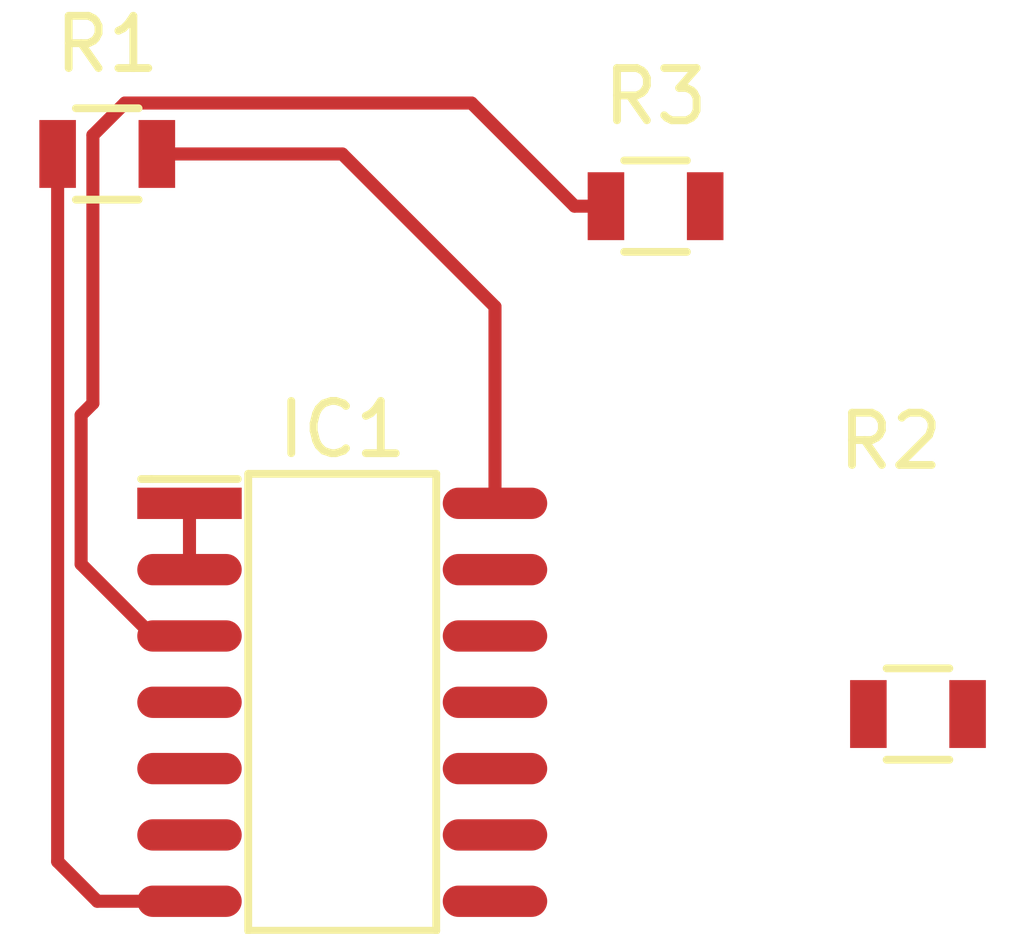
<source format=kicad_pcb>
(kicad_pcb (version 20171130) (host pcbnew 5.0.0-5.0.0)

  (general
    (thickness 1.6)
    (drawings 0)
    (tracks 16)
    (zones 0)
    (modules 4)
    (nets 6)
  )

  (page A4)
  (layers
    (0 F.Cu signal)
    (31 B.Cu signal)
    (32 B.Adhes user)
    (33 F.Adhes user)
    (34 B.Paste user)
    (35 F.Paste user)
    (36 B.SilkS user)
    (37 F.SilkS user)
    (38 B.Mask user)
    (39 F.Mask user)
    (40 Dwgs.User user)
    (41 Cmts.User user)
    (42 Eco1.User user)
    (43 Eco2.User user)
    (44 Edge.Cuts user)
    (45 Margin user)
    (46 B.CrtYd user)
    (47 F.CrtYd user)
    (48 B.Fab user)
    (49 F.Fab user)
  )

  (setup
    (last_trace_width 0.25)
    (trace_clearance 0.2)
    (zone_clearance 0.508)
    (zone_45_only no)
    (trace_min 0.2)
    (segment_width 0.2)
    (edge_width 0.15)
    (via_size 0.8)
    (via_drill 0.4)
    (via_min_size 0.4)
    (via_min_drill 0.3)
    (uvia_size 0.3)
    (uvia_drill 0.1)
    (uvias_allowed no)
    (uvia_min_size 0.2)
    (uvia_min_drill 0.1)
    (pcb_text_width 0.3)
    (pcb_text_size 1.5 1.5)
    (mod_edge_width 0.15)
    (mod_text_size 1 1)
    (mod_text_width 0.15)
    (pad_size 1.524 1.524)
    (pad_drill 0.762)
    (pad_to_mask_clearance 0.2)
    (aux_axis_origin 0 0)
    (visible_elements FFFFFF7F)
    (pcbplotparams
      (layerselection 0x010fc_ffffffff)
      (usegerberextensions false)
      (usegerberattributes false)
      (usegerberadvancedattributes false)
      (creategerberjobfile false)
      (excludeedgelayer true)
      (linewidth 0.150000)
      (plotframeref false)
      (viasonmask false)
      (mode 1)
      (useauxorigin false)
      (hpglpennumber 1)
      (hpglpenspeed 20)
      (hpglpendiameter 15.000000)
      (psnegative false)
      (psa4output false)
      (plotreference true)
      (plotvalue true)
      (plotinvisibletext false)
      (padsonsilk false)
      (subtractmaskfromsilk false)
      (outputformat 1)
      (mirror false)
      (drillshape 1)
      (scaleselection 1)
      (outputdirectory ""))
  )

  (net 0 "")
  (net 1 "Net-(IC1-Pad1)")
  (net 2 "Net-(IC1-Pad3)")
  (net 3 GND)
  (net 4 VCC)
  (net 5 "Net-(R2-Pad2)")

  (net_class Default "This is the default net class."
    (clearance 0.2)
    (trace_width 0.25)
    (via_dia 0.8)
    (via_drill 0.4)
    (uvia_dia 0.3)
    (uvia_drill 0.1)
    (add_net GND)
    (add_net "Net-(IC1-Pad1)")
    (add_net "Net-(IC1-Pad3)")
    (add_net "Net-(R2-Pad2)")
    (add_net VCC)
  )

  (module bel_ic:S_SO14 (layer F.Cu) (tedit 553B3CA0) (tstamp 5BD2C573)
    (at 130.5 95.5)
    (path /5BC8349E)
    (attr smd)
    (fp_text reference IC1 (at 0 -5.225) (layer F.SilkS)
      (effects (font (size 1 1) (thickness 0.15)))
    )
    (fp_text value 7400 (at 0 0 90) (layer F.Fab) hide
      (effects (font (size 1 1) (thickness 0.15)))
    )
    (fp_line (start -3.85 -4.275) (end -3.65 -4.275) (layer F.SilkS) (width 0.15))
    (fp_line (start -3.65 -4.275) (end -2 -4.275) (layer F.SilkS) (width 0.15))
    (fp_line (start -1.8 -4.375) (end -1.8 4.375) (layer F.SilkS) (width 0.15))
    (fp_line (start -1.8 4.375) (end 1.8 4.375) (layer F.SilkS) (width 0.15))
    (fp_line (start 1.8 4.375) (end 1.8 -4.375) (layer F.SilkS) (width 0.15))
    (fp_line (start 1.8 -4.375) (end -1.8 -4.375) (layer F.SilkS) (width 0.15))
    (pad 1 smd rect (at -2.925 -3.81) (size 2 0.6) (layers F.Cu F.Paste F.Mask)
      (net 1 "Net-(IC1-Pad1)"))
    (pad 2 smd oval (at -2.925 -2.54) (size 2 0.6) (layers F.Cu F.Paste F.Mask)
      (net 1 "Net-(IC1-Pad1)"))
    (pad 3 smd oval (at -2.925 -1.27) (size 2 0.6) (layers F.Cu F.Paste F.Mask)
      (net 2 "Net-(IC1-Pad3)"))
    (pad 4 smd oval (at -2.925 0) (size 2 0.6) (layers F.Cu F.Paste F.Mask))
    (pad 5 smd oval (at -2.925 1.27) (size 2 0.6) (layers F.Cu F.Paste F.Mask))
    (pad 6 smd oval (at -2.925 2.54) (size 2 0.6) (layers F.Cu F.Paste F.Mask))
    (pad 7 smd oval (at -2.925 3.81) (size 2 0.6) (layers F.Cu F.Paste F.Mask)
      (net 3 GND))
    (pad 8 smd oval (at 2.925 3.81) (size 2 0.6) (layers F.Cu F.Paste F.Mask))
    (pad 9 smd oval (at 2.925 2.54) (size 2 0.6) (layers F.Cu F.Paste F.Mask))
    (pad 10 smd oval (at 2.925 1.27) (size 2 0.6) (layers F.Cu F.Paste F.Mask))
    (pad 11 smd oval (at 2.925 0) (size 2 0.6) (layers F.Cu F.Paste F.Mask))
    (pad 12 smd oval (at 2.925 -1.27) (size 2 0.6) (layers F.Cu F.Paste F.Mask))
    (pad 13 smd oval (at 2.925 -2.54) (size 2 0.6) (layers F.Cu F.Paste F.Mask))
    (pad 14 smd oval (at 2.925 -3.81) (size 2 0.6) (layers F.Cu F.Paste F.Mask)
      (net 4 VCC))
    (model /usr/local/share/kicad/modules/packages3d/Housings_SOIC.3dshapes/SOIC-14_3.9x8.7mm_Pitch1.27mm.wrl
      (at (xyz 0 0 0))
      (scale (xyz 1 1 1))
      (rotate (xyz 0 0 0))
    )
  )

  (module bel_resistor:S_0805 (layer F.Cu) (tedit 58307B54) (tstamp 5BD2C583)
    (at 126 85)
    (descr R_PAC_S_0805_VAL_)
    (tags "resistor SMD 0805")
    (path /5BD2C71C)
    (attr smd)
    (fp_text reference R1 (at 0 -2.1) (layer F.SilkS)
      (effects (font (size 1 1) (thickness 0.15)))
    )
    (fp_text value 100R (at 0 2.1) (layer F.Fab)
      (effects (font (size 1 1) (thickness 0.15)))
    )
    (fp_line (start -1 0.625) (end -1 -0.625) (layer F.Fab) (width 0.15))
    (fp_line (start 1 0.625) (end -1 0.625) (layer F.Fab) (width 0.15))
    (fp_line (start 1 -0.625) (end 1 0.625) (layer F.Fab) (width 0.15))
    (fp_line (start -1 -0.625) (end 1 -0.625) (layer F.Fab) (width 0.15))
    (fp_line (start -1.6 -1) (end 1.6 -1) (layer F.CrtYd) (width 0.15))
    (fp_line (start -1.6 1) (end 1.6 1) (layer F.CrtYd) (width 0.15))
    (fp_line (start -1.6 -1) (end -1.6 1) (layer F.CrtYd) (width 0.15))
    (fp_line (start 1.6 -1) (end 1.6 1) (layer F.CrtYd) (width 0.15))
    (fp_line (start 0.6 0.875) (end -0.6 0.875) (layer F.SilkS) (width 0.15))
    (fp_line (start -0.6 -0.875) (end 0.6 -0.875) (layer F.SilkS) (width 0.15))
    (pad 1 smd rect (at -0.95 0) (size 0.7 1.3) (layers F.Cu F.Paste F.Mask)
      (net 3 GND))
    (pad 2 smd rect (at 0.95 0) (size 0.7 1.3) (layers F.Cu F.Paste F.Mask)
      (net 4 VCC))
    (model Resistors_SMD.3dshapes/R_0805.wrl
      (at (xyz 0 0 0))
      (scale (xyz 1 1 1))
      (rotate (xyz 0 0 0))
    )
  )

  (module bel_resistor:S_0805 (layer F.Cu) (tedit 58307B54) (tstamp 5BD2C593)
    (at 141.525001 95.725001)
    (descr R_PAC_S_0805_VAL_)
    (tags "resistor SMD 0805")
    (path /5BD2C484)
    (attr smd)
    (fp_text reference R2 (at -0.525001 -5.225001) (layer F.SilkS)
      (effects (font (size 1 1) (thickness 0.15)))
    )
    (fp_text value 100R (at 0 2.1) (layer F.Fab)
      (effects (font (size 1 1) (thickness 0.15)))
    )
    (fp_line (start -1 0.625) (end -1 -0.625) (layer F.Fab) (width 0.15))
    (fp_line (start 1 0.625) (end -1 0.625) (layer F.Fab) (width 0.15))
    (fp_line (start 1 -0.625) (end 1 0.625) (layer F.Fab) (width 0.15))
    (fp_line (start -1 -0.625) (end 1 -0.625) (layer F.Fab) (width 0.15))
    (fp_line (start -1.6 -1) (end 1.6 -1) (layer F.CrtYd) (width 0.15))
    (fp_line (start -1.6 1) (end 1.6 1) (layer F.CrtYd) (width 0.15))
    (fp_line (start -1.6 -1) (end -1.6 1) (layer F.CrtYd) (width 0.15))
    (fp_line (start 1.6 -1) (end 1.6 1) (layer F.CrtYd) (width 0.15))
    (fp_line (start 0.6 0.875) (end -0.6 0.875) (layer F.SilkS) (width 0.15))
    (fp_line (start -0.6 -0.875) (end 0.6 -0.875) (layer F.SilkS) (width 0.15))
    (pad 1 smd rect (at -0.95 0) (size 0.7 1.3) (layers F.Cu F.Paste F.Mask)
      (net 1 "Net-(IC1-Pad1)"))
    (pad 2 smd rect (at 0.95 0) (size 0.7 1.3) (layers F.Cu F.Paste F.Mask)
      (net 5 "Net-(R2-Pad2)"))
    (model Resistors_SMD.3dshapes/R_0805.wrl
      (at (xyz 0 0 0))
      (scale (xyz 1 1 1))
      (rotate (xyz 0 0 0))
    )
  )

  (module bel_resistor:S_0805 (layer F.Cu) (tedit 58307B54) (tstamp 5BD2C5A3)
    (at 136.5 86)
    (descr R_PAC_S_0805_VAL_)
    (tags "resistor SMD 0805")
    (path /5BD2C566)
    (attr smd)
    (fp_text reference R3 (at 0 -2.1) (layer F.SilkS)
      (effects (font (size 1 1) (thickness 0.15)))
    )
    (fp_text value 100R (at 0 2.1) (layer F.Fab)
      (effects (font (size 1 1) (thickness 0.15)))
    )
    (fp_line (start -0.6 -0.875) (end 0.6 -0.875) (layer F.SilkS) (width 0.15))
    (fp_line (start 0.6 0.875) (end -0.6 0.875) (layer F.SilkS) (width 0.15))
    (fp_line (start 1.6 -1) (end 1.6 1) (layer F.CrtYd) (width 0.15))
    (fp_line (start -1.6 -1) (end -1.6 1) (layer F.CrtYd) (width 0.15))
    (fp_line (start -1.6 1) (end 1.6 1) (layer F.CrtYd) (width 0.15))
    (fp_line (start -1.6 -1) (end 1.6 -1) (layer F.CrtYd) (width 0.15))
    (fp_line (start -1 -0.625) (end 1 -0.625) (layer F.Fab) (width 0.15))
    (fp_line (start 1 -0.625) (end 1 0.625) (layer F.Fab) (width 0.15))
    (fp_line (start 1 0.625) (end -1 0.625) (layer F.Fab) (width 0.15))
    (fp_line (start -1 0.625) (end -1 -0.625) (layer F.Fab) (width 0.15))
    (pad 2 smd rect (at 0.95 0) (size 0.7 1.3) (layers F.Cu F.Paste F.Mask)
      (net 5 "Net-(R2-Pad2)"))
    (pad 1 smd rect (at -0.95 0) (size 0.7 1.3) (layers F.Cu F.Paste F.Mask)
      (net 2 "Net-(IC1-Pad3)"))
    (model Resistors_SMD.3dshapes/R_0805.wrl
      (at (xyz 0 0 0))
      (scale (xyz 1 1 1))
      (rotate (xyz 0 0 0))
    )
  )

  (segment (start 127.575 91.69) (end 127.575 92.96) (width 0.25) (layer F.Cu) (net 1))
  (segment (start 126.875 94.23) (end 125.5 92.855) (width 0.25) (layer F.Cu) (net 2))
  (segment (start 127.575 94.23) (end 126.875 94.23) (width 0.25) (layer F.Cu) (net 2))
  (segment (start 125.5 92.855) (end 125.5 90) (width 0.25) (layer F.Cu) (net 2))
  (segment (start 134.95 86) (end 135.55 86) (width 0.25) (layer F.Cu) (net 2))
  (segment (start 132.974999 84.024999) (end 134.95 86) (width 0.25) (layer F.Cu) (net 2))
  (segment (start 126.339999 84.024999) (end 132.974999 84.024999) (width 0.25) (layer F.Cu) (net 2))
  (segment (start 125.725001 89.774999) (end 125.725001 84.639997) (width 0.25) (layer F.Cu) (net 2))
  (segment (start 125.725001 84.639997) (end 126.339999 84.024999) (width 0.25) (layer F.Cu) (net 2))
  (segment (start 125.5 90) (end 125.725001 89.774999) (width 0.25) (layer F.Cu) (net 2))
  (segment (start 125.05 85) (end 125.05 98.55) (width 0.25) (layer F.Cu) (net 3))
  (segment (start 125.81 99.31) (end 127.575 99.31) (width 0.25) (layer F.Cu) (net 3))
  (segment (start 125.05 98.55) (end 125.81 99.31) (width 0.25) (layer F.Cu) (net 3))
  (segment (start 126.95 85) (end 130.5 85) (width 0.25) (layer F.Cu) (net 4))
  (segment (start 133.425 87.925) (end 133.425 91.69) (width 0.25) (layer F.Cu) (net 4))
  (segment (start 130.5 85) (end 133.425 87.925) (width 0.25) (layer F.Cu) (net 4))

)

</source>
